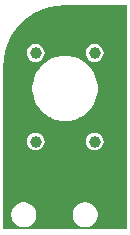
<source format=gbl>
G04 This is an RS-274x file exported by *
G04 gerbv version 2.6A *
G04 More information is available about gerbv at *
G04 http://gerbv.geda-project.org/ *
G04 --End of header info--*
%MOIN*%
%FSLAX34Y34*%
%IPPOS*%
G04 --Define apertures--*
%ADD10C,0.0079*%
%ADD11C,0.0200*%
%ADD12C,0.0100*%
%ADD13R,0.0354X0.0787*%
%ADD14R,0.0236X0.0354*%
%ADD15C,0.0070*%
%ADD16C,0.0150*%
%ADD17C,0.0800*%
%ADD18R,0.0800X0.0800*%
%ADD19C,0.0394*%
%ADD20C,0.0315*%
%ADD21C,0.0354*%
%ADD22C,0.0630*%
%ADD23C,0.0157*%
%ADD24R,0.0335X0.0138*%
G04 --Start main section--*
G36*
G01X0053346Y0038219D02*
G37*
G36*
G01X0032983Y0038070D02*
G37*
G36*
G01X0026290Y0038070D02*
G37*
G36*
G01X0053346Y0036955D02*
G37*
G36*
G01X0019094Y0043598D02*
G37*
G36*
G01X0013976Y0043598D02*
G01X0016039Y0043598D01*
G01X0016039Y0036126D01*
G01X0011913Y0036126D01*
G01X0011913Y0041535D01*
G01X0011912Y0041541D01*
G01X0011930Y0041805D01*
G01X0011982Y0042070D01*
G01X0012069Y0042325D01*
G01X0012189Y0042568D01*
G01X0012339Y0042792D01*
G01X0012517Y0042995D01*
G01X0012720Y0043173D01*
G01X0012944Y0043323D01*
G01X0013186Y0043443D01*
G01X0013442Y0043529D01*
G01X0013707Y0043582D01*
G01X0013971Y0043599D01*
G01X0013976Y0043598D01*
G37*
G36*
G01X0013976Y0043598D02*
G37*
G36*
G01X0053346Y0031132D02*
G37*
G36*
G01X0032983Y0030594D02*
G37*
G36*
G01X0026290Y0030594D02*
G37*
G36*
G01X0053346Y0029868D02*
G37*
G36*
G01X0019094Y0035134D02*
G37*
G36*
G01X0013976Y0035134D02*
G37*
G36*
G01X0053244Y0022647D02*
G37*
G36*
G01X0044780Y0022647D02*
G37*
G36*
G01X0036315Y0022647D02*
G37*
G36*
G01X0027850Y0022647D02*
G37*
G36*
G01X0019386Y0022647D02*
G37*
G36*
G01X0046356Y0026610D02*
G37*
G36*
G01X0037891Y0026610D02*
G37*
G36*
G01X0029427Y0026610D02*
G37*
G36*
G01X0020962Y0026610D02*
G37*
G36*
G01X0012497Y0026610D02*
G37*
G36*
G01X0053244Y0014773D02*
G37*
G36*
G01X0044780Y0014773D02*
G37*
G36*
G01X0036315Y0014773D02*
G37*
G36*
G01X0027850Y0014773D02*
G37*
G36*
G01X0019386Y0014773D02*
G37*
G36*
G01X0046356Y0018736D02*
G37*
G36*
G01X0037891Y0018736D02*
G37*
G36*
G01X0029427Y0018736D02*
G37*
G36*
G01X0020962Y0018736D02*
G37*
G36*
G01X0012497Y0018736D02*
G37*
%LPC*%
G36*
G01X0032860Y0037861D02*
G37*
G36*
G01X0032057Y0037121D02*
G37*
G36*
G01X0032608Y0036690D02*
G37*
G36*
G01X0032440Y0036690D02*
G37*
G36*
G01X0032710Y0036361D02*
G37*
G36*
G01X0032440Y0036361D02*
G37*
G36*
G01X0026167Y0037861D02*
G37*
G36*
G01X0025364Y0037121D02*
G37*
G36*
G01X0025916Y0036690D02*
G37*
G36*
G01X0025747Y0036690D02*
G37*
G36*
G01X0026017Y0036361D02*
G37*
G36*
G01X0025747Y0036361D02*
G37*
G36*
G01X0020079Y0042307D02*
G37*
G36*
G01X0018110Y0042307D02*
G37*
G36*
G01X0019191Y0041913D02*
G37*
G36*
G01X0020079Y0039355D02*
G37*
G36*
G01X0018110Y0039355D02*
G37*
G36*
G01X0019795Y0037031D02*
G37*
G36*
G01X0017748Y0037031D02*
G37*
G36*
G01X0014961Y0042307D02*
G01X0014883Y0042297D01*
G01X0014811Y0042267D01*
G01X0014749Y0042220D01*
G01X0014701Y0042158D01*
G01X0014671Y0042085D01*
G01X0014661Y0042008D01*
G01X0014671Y0041930D01*
G01X0014701Y0041858D01*
G01X0014749Y0041796D01*
G01X0014811Y0041749D01*
G01X0014883Y0041719D01*
G01X0014961Y0041708D01*
G01X0015038Y0041719D01*
G01X0015110Y0041749D01*
G01X0015172Y0041796D01*
G01X0015220Y0041858D01*
G01X0015250Y0041930D01*
G01X0015260Y0042008D01*
G01X0015250Y0042085D01*
G01X0015220Y0042158D01*
G01X0015172Y0042220D01*
G01X0015110Y0042267D01*
G01X0015038Y0042297D01*
G01X0014961Y0042307D01*
G37*
G36*
G01X0014961Y0042307D02*
G37*
G36*
G01X0012992Y0042307D02*
G01X0012915Y0042297D01*
G01X0012842Y0042267D01*
G01X0012780Y0042220D01*
G01X0012733Y0042158D01*
G01X0012703Y0042085D01*
G01X0012693Y0042008D01*
G01X0012703Y0041930D01*
G01X0012733Y0041858D01*
G01X0012780Y0041796D01*
G01X0012842Y0041749D01*
G01X0012915Y0041719D01*
G01X0012992Y0041708D01*
G01X0013070Y0041719D01*
G01X0013142Y0041749D01*
G01X0013204Y0041796D01*
G01X0013251Y0041858D01*
G01X0013281Y0041930D01*
G01X0013292Y0042008D01*
G01X0013281Y0042085D01*
G01X0013251Y0042158D01*
G01X0013204Y0042220D01*
G01X0013142Y0042267D01*
G01X0013070Y0042297D01*
G01X0012992Y0042307D01*
G37*
G36*
G01X0012992Y0042307D02*
G37*
G36*
G01X0014073Y0041913D02*
G01X0013879Y0041913D01*
G01X0013870Y0041911D01*
G01X0013860Y0041911D01*
G01X0013669Y0041873D01*
G01X0013660Y0041869D01*
G01X0013650Y0041867D01*
G01X0013471Y0041793D01*
G01X0013463Y0041788D01*
G01X0013454Y0041784D01*
G01X0013292Y0041676D01*
G01X0013285Y0041669D01*
G01X0013277Y0041663D01*
G01X0013140Y0041526D01*
G01X0013134Y0041518D01*
G01X0013127Y0041511D01*
G01X0013019Y0041350D01*
G01X0013016Y0041340D01*
G01X0013010Y0041332D01*
G01X0012936Y0041153D01*
G01X0012934Y0041143D01*
G01X0012930Y0041134D01*
G01X0012892Y0040944D01*
G01X0012892Y0040934D01*
G01X0012890Y0040924D01*
G01X0012890Y0040827D01*
G01X0012890Y0040730D01*
G01X0012892Y0040720D01*
G01X0012892Y0040710D01*
G01X0012930Y0040520D01*
G01X0012934Y0040511D01*
G01X0012936Y0040501D01*
G01X0013010Y0040322D01*
G01X0013016Y0040313D01*
G01X0013019Y0040304D01*
G01X0013127Y0040143D01*
G01X0013134Y0040136D01*
G01X0013140Y0040127D01*
G01X0013277Y0039990D01*
G01X0013285Y0039985D01*
G01X0013292Y0039977D01*
G01X0013454Y0039870D01*
G01X0013463Y0039866D01*
G01X0013471Y0039860D01*
G01X0013650Y0039786D01*
G01X0013660Y0039784D01*
G01X0013669Y0039780D01*
G01X0013860Y0039743D01*
G01X0013870Y0039743D01*
G01X0013879Y0039741D01*
G01X0014073Y0039741D01*
G01X0014083Y0039743D01*
G01X0014093Y0039743D01*
G01X0014283Y0039780D01*
G01X0014293Y0039784D01*
G01X0014302Y0039786D01*
G01X0014482Y0039860D01*
G01X0014490Y0039866D01*
G01X0014499Y0039870D01*
G01X0014660Y0039977D01*
G01X0014668Y0039985D01*
G01X0014676Y0039990D01*
G01X0014813Y0040127D01*
G01X0014819Y0040136D01*
G01X0014826Y0040143D01*
G01X0014933Y0040304D01*
G01X0014937Y0040313D01*
G01X0014943Y0040322D01*
G01X0015017Y0040501D01*
G01X0015019Y0040511D01*
G01X0015023Y0040520D01*
G01X0015061Y0040710D01*
G01X0015061Y0040720D01*
G01X0015063Y0040730D01*
G01X0015063Y0040827D01*
G01X0015063Y0040924D01*
G01X0015061Y0040934D01*
G01X0015061Y0040944D01*
G01X0015023Y0041134D01*
G01X0015019Y0041143D01*
G01X0015017Y0041153D01*
G01X0014943Y0041332D01*
G01X0014937Y0041340D01*
G01X0014933Y0041350D01*
G01X0014826Y0041511D01*
G01X0014819Y0041518D01*
G01X0014813Y0041526D01*
G01X0014676Y0041663D01*
G01X0014668Y0041669D01*
G01X0014660Y0041676D01*
G01X0014499Y0041784D01*
G01X0014490Y0041788D01*
G01X0014482Y0041793D01*
G01X0014302Y0041867D01*
G01X0014293Y0041869D01*
G01X0014283Y0041873D01*
G01X0014093Y0041911D01*
G01X0014083Y0041911D01*
G01X0014073Y0041913D01*
G37*
G36*
G01X0014073Y0041913D02*
G37*
G36*
G01X0014961Y0039355D02*
G01X0014883Y0039344D01*
G01X0014811Y0039314D01*
G01X0014749Y0039267D01*
G01X0014701Y0039205D01*
G01X0014671Y0039133D01*
G01X0014661Y0039055D01*
G01X0014671Y0038978D01*
G01X0014701Y0038905D01*
G01X0014749Y0038843D01*
G01X0014811Y0038796D01*
G01X0014883Y0038766D01*
G01X0014961Y0038756D01*
G01X0015038Y0038766D01*
G01X0015110Y0038796D01*
G01X0015172Y0038843D01*
G01X0015220Y0038905D01*
G01X0015250Y0038978D01*
G01X0015260Y0039055D01*
G01X0015250Y0039133D01*
G01X0015220Y0039205D01*
G01X0015172Y0039267D01*
G01X0015110Y0039314D01*
G01X0015038Y0039344D01*
G01X0014961Y0039355D01*
G37*
G36*
G01X0014961Y0039355D02*
G37*
G36*
G01X0012992Y0039355D02*
G01X0012915Y0039344D01*
G01X0012842Y0039314D01*
G01X0012780Y0039267D01*
G01X0012733Y0039205D01*
G01X0012703Y0039133D01*
G01X0012693Y0039055D01*
G01X0012703Y0038978D01*
G01X0012733Y0038905D01*
G01X0012780Y0038843D01*
G01X0012842Y0038796D01*
G01X0012915Y0038766D01*
G01X0012992Y0038756D01*
G01X0013070Y0038766D01*
G01X0013142Y0038796D01*
G01X0013204Y0038843D01*
G01X0013251Y0038905D01*
G01X0013281Y0038978D01*
G01X0013292Y0039055D01*
G01X0013281Y0039133D01*
G01X0013251Y0039205D01*
G01X0013204Y0039267D01*
G01X0013142Y0039314D01*
G01X0013070Y0039344D01*
G01X0012992Y0039355D01*
G37*
G36*
G01X0012992Y0039355D02*
G37*
G36*
G01X0014677Y0037031D02*
G01X0014615Y0037031D01*
G01X0014605Y0037029D01*
G01X0014595Y0037029D01*
G01X0014534Y0037017D01*
G01X0014525Y0037013D01*
G01X0014515Y0037011D01*
G01X0014457Y0036987D01*
G01X0014449Y0036982D01*
G01X0014440Y0036978D01*
G01X0014388Y0036944D01*
G01X0014381Y0036936D01*
G01X0014373Y0036931D01*
G01X0014329Y0036887D01*
G01X0014323Y0036879D01*
G01X0014316Y0036872D01*
G01X0014282Y0036820D01*
G01X0014278Y0036811D01*
G01X0014272Y0036802D01*
G01X0014249Y0036745D01*
G01X0014247Y0036735D01*
G01X0014243Y0036726D01*
G01X0014231Y0036665D01*
G01X0014231Y0036655D01*
G01X0014229Y0036645D01*
G01X0014229Y0036614D01*
G01X0014229Y0036583D01*
G01X0014231Y0036573D01*
G01X0014231Y0036563D01*
G01X0014243Y0036502D01*
G01X0014247Y0036493D01*
G01X0014249Y0036483D01*
G01X0014272Y0036426D01*
G01X0014278Y0036418D01*
G01X0014282Y0036408D01*
G01X0014316Y0036357D01*
G01X0014323Y0036350D01*
G01X0014329Y0036341D01*
G01X0014373Y0036297D01*
G01X0014381Y0036292D01*
G01X0014388Y0036285D01*
G01X0014440Y0036250D01*
G01X0014449Y0036246D01*
G01X0014457Y0036241D01*
G01X0014515Y0036217D01*
G01X0014525Y0036215D01*
G01X0014534Y0036211D01*
G01X0014595Y0036199D01*
G01X0014605Y0036199D01*
G01X0014615Y0036197D01*
G01X0014677Y0036197D01*
G01X0014687Y0036199D01*
G01X0014697Y0036199D01*
G01X0014757Y0036211D01*
G01X0014767Y0036215D01*
G01X0014777Y0036217D01*
G01X0014834Y0036241D01*
G01X0014842Y0036246D01*
G01X0014851Y0036250D01*
G01X0014903Y0036285D01*
G01X0014910Y0036292D01*
G01X0014919Y0036297D01*
G01X0014962Y0036341D01*
G01X0014968Y0036350D01*
G01X0014975Y0036357D01*
G01X0015010Y0036408D01*
G01X0015013Y0036418D01*
G01X0015019Y0036426D01*
G01X0015043Y0036483D01*
G01X0015045Y0036493D01*
G01X0015049Y0036502D01*
G01X0015061Y0036563D01*
G01X0015061Y0036573D01*
G01X0015063Y0036583D01*
G01X0015063Y0036614D01*
G01X0015063Y0036645D01*
G01X0015061Y0036655D01*
G01X0015061Y0036665D01*
G01X0015049Y0036726D01*
G01X0015045Y0036735D01*
G01X0015043Y0036745D01*
G01X0015019Y0036802D01*
G01X0015013Y0036811D01*
G01X0015010Y0036820D01*
G01X0014975Y0036872D01*
G01X0014968Y0036879D01*
G01X0014962Y0036887D01*
G01X0014919Y0036931D01*
G01X0014910Y0036936D01*
G01X0014903Y0036944D01*
G01X0014851Y0036978D01*
G01X0014842Y0036982D01*
G01X0014834Y0036987D01*
G01X0014777Y0037011D01*
G01X0014767Y0037013D01*
G01X0014757Y0037017D01*
G01X0014697Y0037029D01*
G01X0014687Y0037029D01*
G01X0014677Y0037031D01*
G37*
G36*
G01X0014677Y0037031D02*
G37*
G36*
G01X0012629Y0037031D02*
G01X0012567Y0037031D01*
G01X0012558Y0037029D01*
G01X0012548Y0037029D01*
G01X0012487Y0037017D01*
G01X0012477Y0037013D01*
G01X0012468Y0037011D01*
G01X0012410Y0036987D01*
G01X0012402Y0036982D01*
G01X0012393Y0036978D01*
G01X0012341Y0036944D01*
G01X0012334Y0036936D01*
G01X0012326Y0036931D01*
G01X0012282Y0036887D01*
G01X0012276Y0036879D01*
G01X0012269Y0036872D01*
G01X0012235Y0036820D01*
G01X0012231Y0036811D01*
G01X0012225Y0036802D01*
G01X0012201Y0036745D01*
G01X0012199Y0036735D01*
G01X0012196Y0036726D01*
G01X0012183Y0036665D01*
G01X0012183Y0036655D01*
G01X0012182Y0036645D01*
G01X0012182Y0036614D01*
G01X0012182Y0036583D01*
G01X0012183Y0036573D01*
G01X0012183Y0036563D01*
G01X0012196Y0036502D01*
G01X0012199Y0036493D01*
G01X0012201Y0036483D01*
G01X0012225Y0036426D01*
G01X0012231Y0036418D01*
G01X0012235Y0036408D01*
G01X0012269Y0036357D01*
G01X0012276Y0036350D01*
G01X0012282Y0036341D01*
G01X0012326Y0036297D01*
G01X0012334Y0036292D01*
G01X0012341Y0036285D01*
G01X0012393Y0036250D01*
G01X0012402Y0036246D01*
G01X0012410Y0036241D01*
G01X0012468Y0036217D01*
G01X0012477Y0036215D01*
G01X0012487Y0036211D01*
G01X0012548Y0036199D01*
G01X0012558Y0036199D01*
G01X0012567Y0036197D01*
G01X0012629Y0036197D01*
G01X0012639Y0036199D01*
G01X0012649Y0036199D01*
G01X0012710Y0036211D01*
G01X0012719Y0036215D01*
G01X0012729Y0036217D01*
G01X0012787Y0036241D01*
G01X0012795Y0036246D01*
G01X0012804Y0036250D01*
G01X0012856Y0036285D01*
G01X0012863Y0036292D01*
G01X0012871Y0036297D01*
G01X0012915Y0036341D01*
G01X0012921Y0036350D01*
G01X0012928Y0036357D01*
G01X0012962Y0036408D01*
G01X0012966Y0036418D01*
G01X0012972Y0036426D01*
G01X0012995Y0036483D01*
G01X0012997Y0036493D01*
G01X0013001Y0036502D01*
G01X0013013Y0036563D01*
G01X0013013Y0036573D01*
G01X0013015Y0036583D01*
G01X0013015Y0036614D01*
G01X0013015Y0036645D01*
G01X0013013Y0036655D01*
G01X0013013Y0036665D01*
G01X0013001Y0036726D01*
G01X0012997Y0036735D01*
G01X0012995Y0036745D01*
G01X0012972Y0036802D01*
G01X0012966Y0036811D01*
G01X0012962Y0036820D01*
G01X0012928Y0036872D01*
G01X0012921Y0036879D01*
G01X0012915Y0036887D01*
G01X0012871Y0036931D01*
G01X0012863Y0036936D01*
G01X0012856Y0036944D01*
G01X0012804Y0036978D01*
G01X0012795Y0036982D01*
G01X0012787Y0036987D01*
G01X0012729Y0037011D01*
G01X0012719Y0037013D01*
G01X0012710Y0037017D01*
G01X0012649Y0037029D01*
G01X0012639Y0037029D01*
G01X0012629Y0037031D01*
G37*
G36*
G01X0012629Y0037031D02*
G37*
G36*
G01X0032860Y0030385D02*
G37*
G36*
G01X0032057Y0029645D02*
G37*
G36*
G01X0032608Y0029214D02*
G37*
G36*
G01X0032440Y0029214D02*
G37*
G36*
G01X0032710Y0028885D02*
G37*
G36*
G01X0032440Y0028885D02*
G37*
G36*
G01X0026167Y0030385D02*
G37*
G36*
G01X0025364Y0029645D02*
G37*
G36*
G01X0025916Y0029214D02*
G37*
G36*
G01X0025747Y0029214D02*
G37*
G36*
G01X0026017Y0028885D02*
G37*
G36*
G01X0025747Y0028885D02*
G37*
G36*
G01X0020079Y0033843D02*
G37*
G36*
G01X0018110Y0033843D02*
G37*
G36*
G01X0019191Y0033448D02*
G37*
G36*
G01X0020079Y0030890D02*
G37*
G36*
G01X0018110Y0030890D02*
G37*
G36*
G01X0019795Y0028567D02*
G37*
G36*
G01X0017748Y0028567D02*
G37*
G36*
G01X0014961Y0033843D02*
G37*
G36*
G01X0012992Y0033843D02*
G37*
G36*
G01X0014073Y0033448D02*
G37*
G36*
G01X0014961Y0030890D02*
G37*
G36*
G01X0012992Y0030890D02*
G37*
G36*
G01X0014677Y0028567D02*
G37*
G36*
G01X0012629Y0028567D02*
G37*
%LPD*%
G54D19*
G01X0014961Y0039055D03*
G01X0012992Y0039055D03*
G01X0014961Y0042008D03*
G01X0012992Y0042008D03*
G54D20*
G01X0014978Y0038229D03*
G01X0015578Y0036679D03*
G01X0015328Y0042729D03*
M02*

</source>
